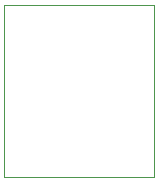
<source format=gbr>
%TF.GenerationSoftware,KiCad,Pcbnew,7.0.1*%
%TF.CreationDate,2023-06-12T18:20:00+05:30*%
%TF.ProjectId,type-C-Breakout,74797065-2d43-42d4-9272-65616b6f7574,rev?*%
%TF.SameCoordinates,Original*%
%TF.FileFunction,Profile,NP*%
%FSLAX46Y46*%
G04 Gerber Fmt 4.6, Leading zero omitted, Abs format (unit mm)*
G04 Created by KiCad (PCBNEW 7.0.1) date 2023-06-12 18:20:00*
%MOMM*%
%LPD*%
G01*
G04 APERTURE LIST*
%TA.AperFunction,Profile*%
%ADD10C,0.100000*%
%TD*%
G04 APERTURE END LIST*
D10*
X139865000Y-99530000D02*
X127165000Y-99530000D01*
X127165000Y-99530000D02*
X127165000Y-84925000D01*
X139865000Y-84925000D02*
X139865000Y-99530000D01*
X127165000Y-84925000D02*
X139865000Y-84925000D01*
M02*

</source>
